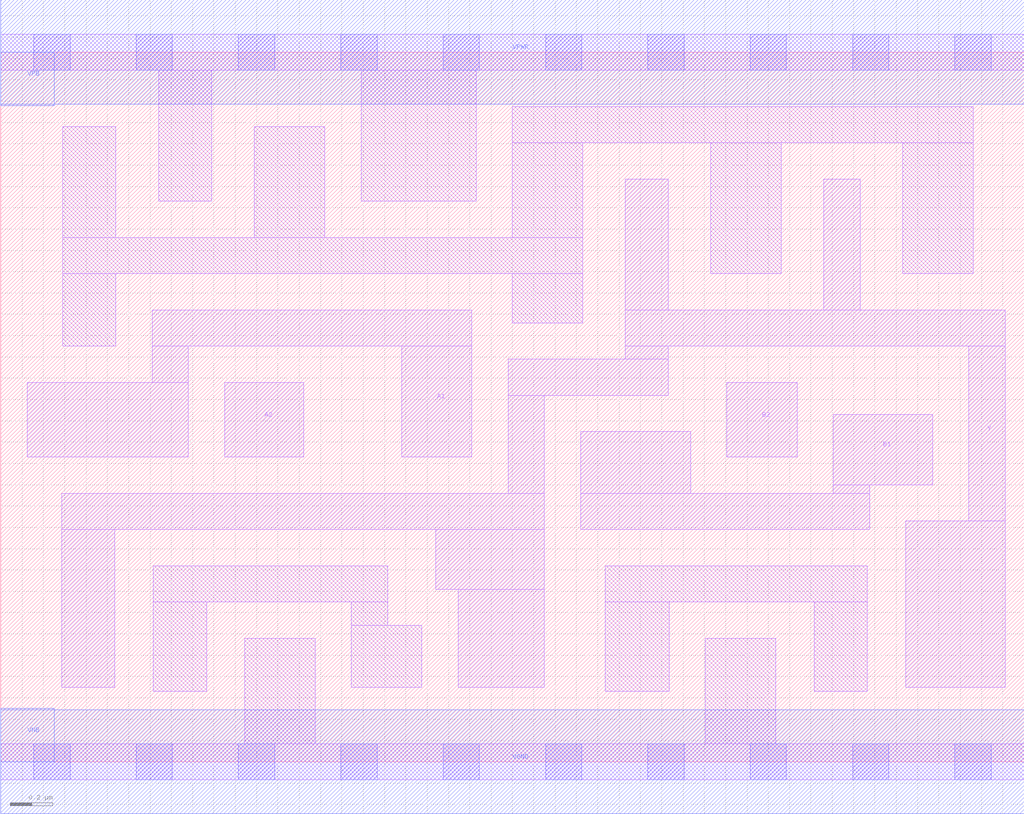
<source format=lef>
# Copyright 2020 The SkyWater PDK Authors
#
# Licensed under the Apache License, Version 2.0 (the "License");
# you may not use this file except in compliance with the License.
# You may obtain a copy of the License at
#
#     https://www.apache.org/licenses/LICENSE-2.0
#
# Unless required by applicable law or agreed to in writing, software
# distributed under the License is distributed on an "AS IS" BASIS,
# WITHOUT WARRANTIES OR CONDITIONS OF ANY KIND, either express or implied.
# See the License for the specific language governing permissions and
# limitations under the License.
#
# SPDX-License-Identifier: Apache-2.0

VERSION 5.5 ;
NAMESCASESENSITIVE ON ;
BUSBITCHARS "[]" ;
DIVIDERCHAR "/" ;
MACRO sky130_fd_sc_ms__a22oi_2
  CLASS CORE ;
  SOURCE USER ;
  ORIGIN  0.000000  0.000000 ;
  SIZE  4.800000 BY  3.330000 ;
  SYMMETRY X Y ;
  SITE unit ;
  PIN A1
    ANTENNAGATEAREA  0.558000 ;
    DIRECTION INPUT ;
    USE SIGNAL ;
    PORT
      LAYER li1 ;
        RECT 0.125000 1.430000 0.880000 1.780000 ;
        RECT 0.710000 1.780000 0.880000 1.950000 ;
        RECT 0.710000 1.950000 2.210000 2.120000 ;
        RECT 1.880000 1.430000 2.210000 1.950000 ;
    END
  END A1
  PIN A2
    ANTENNAGATEAREA  0.558000 ;
    DIRECTION INPUT ;
    USE SIGNAL ;
    PORT
      LAYER li1 ;
        RECT 1.050000 1.430000 1.420000 1.780000 ;
    END
  END A2
  PIN B1
    ANTENNAGATEAREA  0.558000 ;
    DIRECTION INPUT ;
    USE SIGNAL ;
    PORT
      LAYER li1 ;
        RECT 2.720000 1.090000 4.075000 1.260000 ;
        RECT 2.720000 1.260000 3.235000 1.550000 ;
        RECT 3.905000 1.260000 4.075000 1.300000 ;
        RECT 3.905000 1.300000 4.370000 1.630000 ;
    END
  END B1
  PIN B2
    ANTENNAGATEAREA  0.558000 ;
    DIRECTION INPUT ;
    USE SIGNAL ;
    PORT
      LAYER li1 ;
        RECT 3.405000 1.430000 3.735000 1.780000 ;
    END
  END B2
  PIN Y
    ANTENNADIFFAREA  1.497400 ;
    DIRECTION OUTPUT ;
    USE SIGNAL ;
    PORT
      LAYER li1 ;
        RECT 0.285000 0.350000 0.535000 1.090000 ;
        RECT 0.285000 1.090000 2.550000 1.260000 ;
        RECT 2.040000 0.810000 2.550000 1.090000 ;
        RECT 2.145000 0.350000 2.550000 0.810000 ;
        RECT 2.380000 1.260000 2.550000 1.720000 ;
        RECT 2.380000 1.720000 3.130000 1.890000 ;
        RECT 2.930000 1.890000 3.130000 1.950000 ;
        RECT 2.930000 1.950000 4.710000 2.120000 ;
        RECT 2.930000 2.120000 3.130000 2.735000 ;
        RECT 3.860000 2.120000 4.030000 2.735000 ;
        RECT 4.245000 0.350000 4.710000 1.130000 ;
        RECT 4.540000 1.130000 4.710000 1.950000 ;
    END
  END Y
  PIN VGND
    DIRECTION INOUT ;
    USE GROUND ;
    PORT
      LAYER met1 ;
        RECT 0.000000 -0.245000 4.800000 0.245000 ;
    END
  END VGND
  PIN VNB
    DIRECTION INOUT ;
    USE GROUND ;
    PORT
      LAYER met1 ;
        RECT 0.000000 0.000000 0.250000 0.250000 ;
    END
  END VNB
  PIN VPB
    DIRECTION INOUT ;
    USE POWER ;
    PORT
      LAYER met1 ;
        RECT 0.000000 3.080000 0.250000 3.330000 ;
    END
  END VPB
  PIN VPWR
    DIRECTION INOUT ;
    USE POWER ;
    PORT
      LAYER met1 ;
        RECT 0.000000 3.085000 4.800000 3.575000 ;
    END
  END VPWR
  OBS
    LAYER li1 ;
      RECT 0.000000 -0.085000 4.800000 0.085000 ;
      RECT 0.000000  3.245000 4.800000 3.415000 ;
      RECT 0.290000  1.950000 0.540000 2.290000 ;
      RECT 0.290000  2.290000 2.730000 2.460000 ;
      RECT 0.290000  2.460000 0.540000 2.980000 ;
      RECT 0.715000  0.330000 0.965000 0.750000 ;
      RECT 0.715000  0.750000 1.815000 0.920000 ;
      RECT 0.740000  2.630000 0.990000 3.245000 ;
      RECT 1.145000  0.085000 1.475000 0.580000 ;
      RECT 1.190000  2.460000 1.520000 2.980000 ;
      RECT 1.645000  0.350000 1.975000 0.640000 ;
      RECT 1.645000  0.640000 1.815000 0.750000 ;
      RECT 1.690000  2.630000 2.230000 3.245000 ;
      RECT 2.400000  2.060000 2.730000 2.290000 ;
      RECT 2.400000  2.460000 2.730000 2.905000 ;
      RECT 2.400000  2.905000 4.560000 3.075000 ;
      RECT 2.835000  0.330000 3.135000 0.750000 ;
      RECT 2.835000  0.750000 4.065000 0.920000 ;
      RECT 3.305000  0.085000 3.635000 0.580000 ;
      RECT 3.330000  2.290000 3.660000 2.905000 ;
      RECT 3.815000  0.330000 4.065000 0.750000 ;
      RECT 4.230000  2.290000 4.560000 2.905000 ;
    LAYER mcon ;
      RECT 0.155000 -0.085000 0.325000 0.085000 ;
      RECT 0.155000  3.245000 0.325000 3.415000 ;
      RECT 0.635000 -0.085000 0.805000 0.085000 ;
      RECT 0.635000  3.245000 0.805000 3.415000 ;
      RECT 1.115000 -0.085000 1.285000 0.085000 ;
      RECT 1.115000  3.245000 1.285000 3.415000 ;
      RECT 1.595000 -0.085000 1.765000 0.085000 ;
      RECT 1.595000  3.245000 1.765000 3.415000 ;
      RECT 2.075000 -0.085000 2.245000 0.085000 ;
      RECT 2.075000  3.245000 2.245000 3.415000 ;
      RECT 2.555000 -0.085000 2.725000 0.085000 ;
      RECT 2.555000  3.245000 2.725000 3.415000 ;
      RECT 3.035000 -0.085000 3.205000 0.085000 ;
      RECT 3.035000  3.245000 3.205000 3.415000 ;
      RECT 3.515000 -0.085000 3.685000 0.085000 ;
      RECT 3.515000  3.245000 3.685000 3.415000 ;
      RECT 3.995000 -0.085000 4.165000 0.085000 ;
      RECT 3.995000  3.245000 4.165000 3.415000 ;
      RECT 4.475000 -0.085000 4.645000 0.085000 ;
      RECT 4.475000  3.245000 4.645000 3.415000 ;
  END
END sky130_fd_sc_ms__a22oi_2
END LIBRARY

</source>
